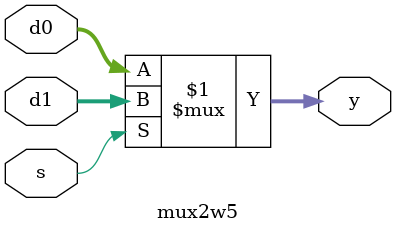
<source format=v>
/* Reiner Dizon
 * Simple 8-bit microprocessor (MP-8)
 * 2-to-1 MUX with 5-bit Data Width Module
 */
module mux2w5(
	input [4:0] d0, d1,	// Two Data Inputs
	input s, 			// Selector Input (from Control Unit)
	output [4:0] y		// MUX Output
);
	assign y = s ? d1 : d0;
endmodule
</source>
